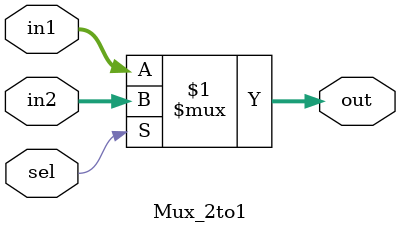
<source format=v>
`timescale 1ns / 1ps



module Mux_2to1 (
    input  wire [31:0] in1,
    input  wire [31:0] in2,
    input  wire        sel,
    output wire [31:0] out
);
    assign out = (sel) ? in2 : in1;

endmodule

</source>
